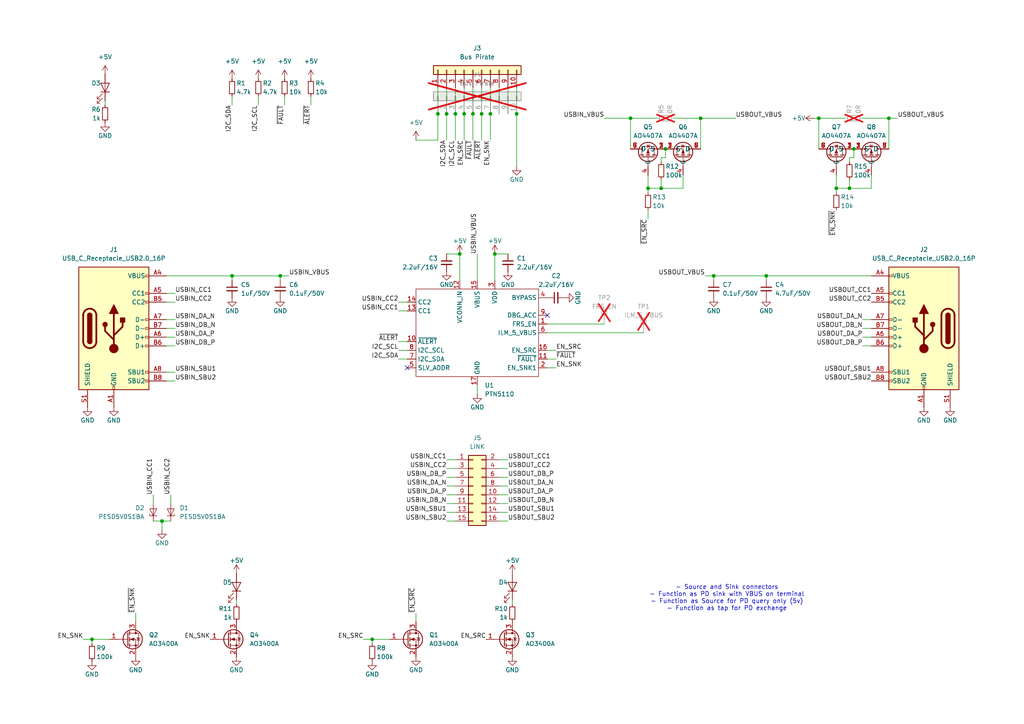
<source format=kicad_sch>
(kicad_sch (version 20250114) (generator "eeschema") (generator_version "9.0")
  (paper "A4")
  (lib_symbols
    (symbol "jlcpcb-basic-resistor-0402:1k"
      (property "Reference" "R" (at 0.762 0.508 0))
      (property "Value" "1k" (at 0.762 -1.016 0))
      (symbol "1k_0_0"
        (pin passive line (at 0 2.54 270) (length 0.762) (name "~") (number "1"))
        (pin passive line (at 0 -2.54 90) (length 0.762) (name "~") (number "2"))
      )
    )
    (symbol "lib:AO4407A"
      (property "Reference" "Q" (at 5.08 1.905 0))
      (property "Value" "AO4407A" (at 5.08 0 0))
      (symbol "AO4407A_1_0"
        (pin passive line (at 2.54 5.08 270) (length 2.54) (name "D") (number "6"))
        (pin passive line (at 2.54 5.08 270) (length 2.54) (name "D") (number "7"))
        (pin passive line (at 2.54 5.08 270) (length 2.54) (name "D") (number "8"))
        (pin passive line (at 2.54 -5.08 90) (length 2.54) (name "S") (number "2"))
        (pin passive line (at 2.54 -5.08 90) (length 2.54) (name "S") (number "3"))
      )
      (symbol "AO4407A_1_1"
        (pin input line (at -5.08 0 0) (length 2.54) (name "G") (number "4"))
        (pin passive line (at 2.54 5.08 270) (length 2.54) (name "D") (number "5"))
        (pin passive line (at 2.54 -5.08 90) (length 2.54) (name "S") (number "1"))
      )
    )
    (symbol "lib:C_Small" (pin_numbers (hide yes)) (pin_names (offset 0.254) (hide yes))
      (property "Reference" "C" (at 0.254 1.778 0))
      (property "Value" "C_Small" (at 0.254 -2.032 0))
      (symbol "C_Small_1_1"
        (pin passive line (at 0 2.54 270) (length 2.032) (name "~") (number "1"))
        (pin passive line (at 0 -2.54 90) (length 2.032) (name "~") (number "2"))
      )
    )
    (symbol "lib:Conn_01x10" (pin_names (offset 1.016) (hide yes))
      (property "Reference" "J" (at 0 12.7 0))
      (property "Value" "Conn_01x10" (at 0 -15.24 0))
      (symbol "Conn_01x10_1_1"
        (pin passive line (at -5.08 10.16 0) (length 3.81) (name "Pin_1") (number "1"))
        (pin passive line (at -5.08 7.62 0) (length 3.81) (name "Pin_2") (number "2"))
        (pin passive line (at -5.08 5.08 0) (length 3.81) (name "Pin_3") (number "3"))
        (pin passive line (at -5.08 2.54 0) (length 3.81) (name "Pin_4") (number "4"))
        (pin passive line (at -5.08 0 0) (length 3.81) (name "Pin_5") (number "5"))
        (pin passive line (at -5.08 -2.54 0) (length 3.81) (name "Pin_6") (number "6"))
        (pin passive line (at -5.08 -5.08 0) (length 3.81) (name "Pin_7") (number "7"))
        (pin passive line (at -5.08 -7.62 0) (length 3.81) (name "Pin_8") (number "8"))
        (pin passive line (at -5.08 -10.16 0) (length 3.81) (name "Pin_9") (number "9"))
        (pin passive line (at -5.08 -12.7 0) (length 3.81) (name "Pin_10") (number "10"))
      )
    )
    (symbol "lib:Conn_02x08_Odd_Even" (pin_names (offset 1.016) (hide yes))
      (property "Reference" "J" (at 1.27 10.16 0))
      (property "Value" "Conn_02x08_Odd_Even" (at 1.27 -12.7 0))
      (symbol "Conn_02x08_Odd_Even_1_1"
        (pin passive line (at -5.08 7.62 0) (length 3.81) (name "Pin_1") (number "1"))
        (pin passive line (at -5.08 5.08 0) (length 3.81) (name "Pin_3") (number "3"))
        (pin passive line (at -5.08 2.54 0) (length 3.81) (name "Pin_5") (number "5"))
        (pin passive line (at -5.08 0 0) (length 3.81) (name "Pin_7") (number "7"))
        (pin passive line (at -5.08 -2.54 0) (length 3.81) (name "Pin_9") (number "9"))
        (pin passive line (at -5.08 -5.08 0) (length 3.81) (name "Pin_11") (number "11"))
        (pin passive line (at -5.08 -7.62 0) (length 3.81) (name "Pin_13") (number "13"))
        (pin passive line (at -5.08 -10.16 0) (length 3.81) (name "Pin_15") (number "15"))
        (pin passive line (at 7.62 7.62 180) (length 3.81) (name "Pin_2") (number "2"))
        (pin passive line (at 7.62 5.08 180) (length 3.81) (name "Pin_4") (number "4"))
        (pin passive line (at 7.62 2.54 180) (length 3.81) (name "Pin_6") (number "6"))
        (pin passive line (at 7.62 0 180) (length 3.81) (name "Pin_8") (number "8"))
        (pin passive line (at 7.62 -2.54 180) (length 3.81) (name "Pin_10") (number "10"))
        (pin passive line (at 7.62 -5.08 180) (length 3.81) (name "Pin_12") (number "12"))
        (pin passive line (at 7.62 -7.62 180) (length 3.81) (name "Pin_14") (number "14"))
        (pin passive line (at 7.62 -10.16 180) (length 3.81) (name "Pin_16") (number "16"))
      )
    )
    (symbol "lib:PESD5V0S1BA" (pin_numbers (hide yes)) (pin_names (hide yes))
      (property "Reference" "D" (at 0 2.54 0))
      (property "Value" "PESD5V0S1BA" (at 0 -2.54 0))
      (symbol "PESD5V0S1BA_1_1"
        (pin passive line (at -2.54 0 0) (length 2.54) (name "K1") (number "1"))
        (pin passive line (at 2.54 0 180) (length 2.54) (name "A") (number "2"))
      )
    )
    (symbol "lib:PTN5110"
      (property "Reference" "U" (at 0 0 0))
      (property "Value" "PTN5110" (at 0 0 0))
      (symbol "PTN5110_1_0"
        (pin bidirectional line (at -20.32 10.16 0) (length 2.54) (name "CC2") (number "14"))
        (pin bidirectional line (at -20.32 7.62 0) (length 2.54) (name "CC1") (number "13"))
        (pin output line (at -20.32 -1.27 0) (length 2.54) (name "~{ALERT}") (number "10"))
        (pin input line (at -20.32 -3.81 0) (length 2.54) (name "I2C_SCL") (number "8"))
        (pin bidirectional line (at -20.32 -6.35 0) (length 2.54) (name "I2C_SDA") (number "7"))
        (pin input line (at -20.32 -8.89 0) (length 2.54) (name "SLV_ADDR") (number "5"))
        (pin power_in line (at -5.08 16.51 270) (length 2.54) (name "VCONN_IN") (number "12"))
        (pin power_in line (at 0 16.51 270) (length 2.54) (name "VBUS") (number "15"))
        (pin passive line (at 0 -13.97 90) (length 2.54) (name "GND") (number "17"))
        (pin power_in line (at 5.08 16.51 270) (length 2.54) (name "VDD") (number "3"))
        (pin passive line (at 20.32 11.43 180) (length 2.54) (name "BYPASS") (number "4"))
        (pin output line (at 20.32 6.35 180) (length 2.54) (name "DBG_ACC") (number "9"))
        (pin bidirectional line (at 20.32 1.27 180) (length 2.54) (name "ILM_5_VBUS") (number "6"))
        (pin output line (at 20.32 -3.81 180) (length 2.54) (name "EN_SRC") (number "16"))
        (pin input line (at 20.32 -6.35 180) (length 2.54) (name "~{FAULT}") (number "11"))
      )
      (symbol "PTN5110_1_1"
        (pin output line (at 20.32 3.81 180) (length 2.54) (name "FRS_EN") (number "1"))
        (pin output line (at 20.32 -8.89 180) (length 2.54) (name "EN_SNK1") (number "2"))
      )
    )
    (symbol "lib:R_Small" (pin_numbers (hide yes)) (pin_names (offset 0.254) (hide yes))
      (property "Reference" "R" (at 0.762 0.508 0))
      (property "Value" "R_Small" (at 0.762 -1.016 0))
      (symbol "R_Small_1_1"
        (pin passive line (at 0 2.54 270) (length 0.762) (name "~") (number "1"))
        (pin passive line (at 0 -2.54 90) (length 0.762) (name "~") (number "2"))
      )
    )
    (symbol "lib:TestPoint" (pin_numbers (hide yes)) (pin_names (offset 0.762) (hide yes))
      (property "Reference" "TP" (at 0 6.858 0))
      (property "Value" "TestPoint" (at 0 5.08 0))
      (symbol "TestPoint_1_1"
        (pin passive line (at 0 0 90) (length 2.54) (name "1") (number "1"))
      )
    )
    (symbol "lib:USB_C_Receptacle_USB2.0_16P" (pin_names (offset 1.016))
      (property "Reference" "J" (at 0 22.225 0))
      (property "Value" "USB_C_Receptacle_USB2.0_16P" (at 0 19.685 0))
      (symbol "USB_C_Receptacle_USB2.0_16P_1_1"
        (pin passive line (at -7.62 -22.86 90) (length 5.08) (name "SHIELD") (number "S1"))
        (pin passive line (at 0 -22.86 90) (length 5.08) (name "GND") (number "A1"))
        (pin passive line (at 0 -22.86 90) (length 5.08) (hide yes) (name "GND") (number "A12"))
        (pin passive line (at 0 -22.86 90) (length 5.08) (hide yes) (name "GND") (number "B1"))
        (pin passive line (at 0 -22.86 90) (length 5.08) (hide yes) (name "GND") (number "B12"))
        (pin passive line (at 15.24 15.24 180) (length 5.08) (name "VBUS") (number "A4"))
        (pin passive line (at 15.24 15.24 180) (length 5.08) (hide yes) (name "VBUS") (number "A9"))
        (pin passive line (at 15.24 15.24 180) (length 5.08) (hide yes) (name "VBUS") (number "B4"))
        (pin passive line (at 15.24 15.24 180) (length 5.08) (hide yes) (name "VBUS") (number "B9"))
        (pin bidirectional line (at 15.24 10.16 180) (length 5.08) (name "CC1") (number "A5"))
        (pin bidirectional line (at 15.24 7.62 180) (length 5.08) (name "CC2") (number "B5"))
        (pin bidirectional line (at 15.24 2.54 180) (length 5.08) (name "D-") (number "A7"))
        (pin bidirectional line (at 15.24 0 180) (length 5.08) (name "D-") (number "B7"))
        (pin bidirectional line (at 15.24 -2.54 180) (length 5.08) (name "D+") (number "A6"))
        (pin bidirectional line (at 15.24 -5.08 180) (length 5.08) (name "D+") (number "B6"))
        (pin bidirectional line (at 15.24 -12.7 180) (length 5.08) (name "SBU1") (number "A8"))
        (pin bidirectional line (at 15.24 -15.24 180) (length 5.08) (name "SBU2") (number "B8"))
      )
    )
    (symbol "library:100k"
      (property "Reference" "R" (at 0.762 0.508 0))
      (property "Value" "100k" (at 0.762 -1.016 0))
      (symbol "100k_0_0"
        (pin passive line (at 0 2.54 270) (length 0.762) (name "~") (number "1"))
        (pin passive line (at 0 -2.54 90) (length 0.762) (name "~") (number "2"))
      )
    )
    (symbol "library:AO3400A" (pin_names (hide yes))
      (property "Reference" "Q" (at 5.08 1.905 0))
      (property "Value" "AO3400A" (at 5.08 0 0))
      (symbol "AO3400A_1_1"
        (pin input line (at -5.08 0 0) (length 2.54) (name "G") (number "1"))
        (pin passive line (at 2.54 5.08 270) (length 2.54) (name "D") (number "3"))
        (pin passive line (at 2.54 -5.08 90) (length 2.54) (name "S") (number "2"))
      )
    )
    (symbol "power:+5V" (power) (pin_numbers (hide yes)) (pin_names (offset 0) (hide yes))
      (property "Value" "+5V" (at 0 3.556 0))
      (symbol "+5V_1_1"
        (pin power_in line (at 0 0 90) (length 0) (name "~") (number "1"))
      )
    )
    (symbol "power:GND" (power) (pin_numbers (hide yes)) (pin_names (offset 0) (hide yes))
      (property "Value" "GND" (at 0 -3.81 0))
      (symbol "GND_1_1"
        (pin power_in line (at 0 0 270) (length 0) (name "~") (number "1"))
      )
    )
    (symbol "tom-opto:LED_JLCPCB_0603_GREEN" (pin_numbers (hide yes)) (pin_names (offset 1.016) (hide yes))
      (property "Reference" "D" (at 0 2.54 0))
      (symbol "LED_JLCPCB_0603_GREEN_1_1"
        (pin passive line (at -3.81 0 0) (length 2.54) (name "K") (number "1"))
        (pin passive line (at 3.81 0 180) (length 2.54) (name "A") (number "2"))
      )
    )
    (symbol "tom-opto:LED_JLCPCB_0603_RED" (pin_numbers (hide yes)) (pin_names (offset 1.016) (hide yes))
      (property "Reference" "D" (at 0 2.54 0))
      (symbol "LED_JLCPCB_0603_RED_1_1"
        (pin passive line (at -3.81 0 0) (length 2.54) (name "K") (number "1"))
        (pin passive line (at 3.81 0 180) (length 2.54) (name "A") (number "2"))
      )
    )
    (symbol "tom-opto:LED_JLCPCB_0603_YELLOW" (pin_numbers (hide yes)) (pin_names (offset 1.016) (hide yes))
      (property "Reference" "D" (at 0 2.54 0))
      (symbol "LED_JLCPCB_0603_YELLOW_1_1"
        (pin passive line (at -3.81 0 0) (length 2.54) (name "K") (number "1"))
        (pin passive line (at 3.81 0 180) (length 2.54) (name "A") (number "2"))
      )
    )
  )
  (text "- Source and Sink connectors\n- Function as PD sink with VBUS on terminal\n- Function as Source for PD query only (5v)\n- Function as tap for PD exchange" (at 210.82 173.482 0) (effects (font (size 1.27 1.27))))
  (junction (at 193.04 43.18))
  (junction (at 81.28 80.01))
  (junction (at 67.31 80.01))
  (junction (at 142.24 33.02))
  (junction (at 139.7 33.02))
  (junction (at 247.65 43.18))
  (junction (at 132.08 33.02))
  (junction (at 257.81 34.29))
  (junction (at 207.01 80.01))
  (junction (at 187.96 54.61))
  (junction (at 133.35 73.66))
  (junction (at 242.57 54.61))
  (junction (at 143.51 73.66))
  (junction (at 46.99 151.13))
  (junction (at 222.25 80.01))
  (junction (at 137.16 33.02))
  (junction (at 129.54 33.02))
  (junction (at 26.67 185.42))
  (junction (at 107.95 185.42))
  (junction (at 246.38 54.61))
  (junction (at 127 33.02))
  (junction (at 182.88 34.29))
  (junction (at 191.77 54.61))
  (junction (at 237.49 34.29))
  (junction (at 203.2 34.29))
  (junction (at 134.62 33.02))
  (junction (at 149.86 33.02))
  (no_connect (at 118.11 106.68))
  (no_connect (at 158.75 91.44))
  (wire (pts (xy 46.99 151.13) (xy 49.53 151.13)))
  (wire (pts (xy 190.5 34.29) (xy 182.88 34.29)))
  (wire (pts (xy 148.59 175.26) (xy 148.59 173.99)))
  (wire (pts (xy 139.7 40.64) (xy 139.7 33.02)))
  (wire (pts (xy 137.16 40.64) (xy 137.16 33.02)))
  (wire (pts (xy 129.54 146.05) (xy 132.08 146.05)))
  (wire (pts (xy 50.8 85.09) (xy 48.26 85.09)))
  (wire (pts (xy 147.32 151.13) (xy 144.78 151.13)))
  (wire (pts (xy 133.35 73.66) (xy 133.35 81.28)))
  (wire (pts (xy 191.77 54.61) (xy 198.12 54.61)))
  (wire (pts (xy 236.22 34.29) (xy 237.49 34.29)))
  (wire (pts (xy 250.19 97.79) (xy 252.73 97.79)))
  (wire (pts (xy 129.54 33.02) (xy 129.54 25.4)))
  (wire (pts (xy 204.47 80.01) (xy 207.01 80.01)))
  (wire (pts (xy 50.8 107.95) (xy 48.26 107.95)))
  (wire (pts (xy 115.57 99.06) (xy 118.11 99.06)))
  (wire (pts (xy 147.32 146.05) (xy 144.78 146.05)))
  (wire (pts (xy 142.24 40.64) (xy 142.24 33.02)))
  (wire (pts (xy 250.19 92.71) (xy 252.73 92.71)))
  (wire (pts (xy 147.32 135.89) (xy 144.78 135.89)))
  (wire (pts (xy 138.43 73.66) (xy 138.43 81.28)))
  (wire (pts (xy 139.7 33.02) (xy 139.7 25.4)))
  (wire (pts (xy 175.26 34.29) (xy 182.88 34.29)))
  (wire (pts (xy 161.29 104.14) (xy 158.75 104.14)))
  (wire (pts (xy 203.2 34.29) (xy 203.2 43.18)))
  (wire (pts (xy 44.45 151.13) (xy 46.99 151.13)))
  (wire (pts (xy 115.57 104.14) (xy 118.11 104.14)))
  (wire (pts (xy 46.99 151.13) (xy 46.99 153.67)))
  (wire (pts (xy 187.96 55.88) (xy 187.96 54.61)))
  (wire (pts (xy 129.54 40.64) (xy 129.54 33.02)))
  (wire (pts (xy 90.17 30.48) (xy 90.17 27.94)))
  (wire (pts (xy 193.04 45.72) (xy 193.04 43.18)))
  (wire (pts (xy 246.38 54.61) (xy 252.73 54.61)))
  (wire (pts (xy 182.88 34.29) (xy 182.88 43.18)))
  (wire (pts (xy 50.8 87.63) (xy 48.26 87.63)))
  (wire (pts (xy 143.51 73.66) (xy 147.32 73.66)))
  (wire (pts (xy 147.32 148.59) (xy 144.78 148.59)))
  (wire (pts (xy 191.77 46.99) (xy 191.77 45.72)))
  (wire (pts (xy 120.65 40.64) (xy 127 40.64)))
  (wire (pts (xy 247.65 45.72) (xy 247.65 43.18)))
  (wire (pts (xy 50.8 92.71) (xy 48.26 92.71)))
  (wire (pts (xy 246.38 52.07) (xy 246.38 54.61)))
  (wire (pts (xy 242.57 54.61) (xy 246.38 54.61)))
  (wire (pts (xy 129.54 133.35) (xy 132.08 133.35)))
  (wire (pts (xy 132.08 40.64) (xy 132.08 33.02)))
  (wire (pts (xy 257.81 34.29) (xy 260.35 34.29)))
  (wire (pts (xy 242.57 50.8) (xy 242.57 54.61)))
  (wire (pts (xy 129.54 135.89) (xy 132.08 135.89)))
  (wire (pts (xy 48.26 80.01) (xy 67.31 80.01)))
  (wire (pts (xy 67.31 30.48) (xy 67.31 27.94)))
  (wire (pts (xy 187.96 63.5) (xy 187.96 60.96)))
  (wire (pts (xy 26.67 185.42) (xy 31.75 185.42)))
  (wire (pts (xy 107.95 185.42) (xy 113.03 185.42)))
  (wire (pts (xy 250.19 95.25) (xy 252.73 95.25)))
  (wire (pts (xy 67.31 80.01) (xy 67.31 81.28)))
  (wire (pts (xy 147.32 133.35) (xy 144.78 133.35)))
  (wire (pts (xy 191.77 45.72) (xy 193.04 45.72)))
  (wire (pts (xy 191.77 52.07) (xy 191.77 54.61)))
  (wire (pts (xy 30.48 30.48) (xy 30.48 29.21)))
  (wire (pts (xy 50.8 100.33) (xy 48.26 100.33)))
  (wire (pts (xy 158.75 93.98) (xy 175.26 93.98)))
  (wire (pts (xy 144.78 25.4) (xy 144.78 33.02)))
  (wire (pts (xy 147.32 140.97) (xy 144.78 140.97)))
  (wire (pts (xy 115.57 101.6) (xy 118.11 101.6)))
  (wire (pts (xy 134.62 33.02) (xy 134.62 25.4)))
  (wire (pts (xy 49.53 143.51) (xy 49.53 146.05)))
  (wire (pts (xy 187.96 50.8) (xy 187.96 54.61)))
  (wire (pts (xy 127 40.64) (xy 127 33.02)))
  (wire (pts (xy 129.54 73.66) (xy 133.35 73.66)))
  (wire (pts (xy 129.54 140.97) (xy 132.08 140.97)))
  (wire (pts (xy 203.2 34.29) (xy 213.36 34.29)))
  (wire (pts (xy 134.62 40.64) (xy 134.62 33.02)))
  (wire (pts (xy 44.45 143.51) (xy 44.45 146.05)))
  (wire (pts (xy 158.75 106.68) (xy 161.29 106.68)))
  (wire (pts (xy 74.93 30.48) (xy 74.93 27.94)))
  (wire (pts (xy 207.01 80.01) (xy 207.01 81.28)))
  (wire (pts (xy 115.57 90.17) (xy 118.11 90.17)))
  (wire (pts (xy 257.81 34.29) (xy 257.81 43.18)))
  (wire (pts (xy 137.16 33.02) (xy 137.16 25.4)))
  (wire (pts (xy 237.49 34.29) (xy 237.49 43.18)))
  (wire (pts (xy 149.86 33.02) (xy 149.86 48.26)))
  (wire (pts (xy 195.58 34.29) (xy 203.2 34.29)))
  (wire (pts (xy 237.49 34.29) (xy 245.11 34.29)))
  (wire (pts (xy 82.55 30.48) (xy 82.55 27.94)))
  (wire (pts (xy 50.8 110.49) (xy 48.26 110.49)))
  (wire (pts (xy 50.8 95.25) (xy 48.26 95.25)))
  (wire (pts (xy 187.96 54.61) (xy 191.77 54.61)))
  (wire (pts (xy 127 33.02) (xy 127 25.4)))
  (wire (pts (xy 242.57 55.88) (xy 242.57 54.61)))
  (wire (pts (xy 24.13 185.42) (xy 26.67 185.42)))
  (wire (pts (xy 105.41 185.42) (xy 107.95 185.42)))
  (wire (pts (xy 147.32 138.43) (xy 144.78 138.43)))
  (wire (pts (xy 81.28 80.01) (xy 83.82 80.01)))
  (wire (pts (xy 161.29 101.6) (xy 158.75 101.6)))
  (wire (pts (xy 252.73 54.61) (xy 252.73 50.8)))
  (wire (pts (xy 129.54 143.51) (xy 132.08 143.51)))
  (wire (pts (xy 149.86 25.4) (xy 149.86 33.02)))
  (wire (pts (xy 142.24 33.02) (xy 142.24 25.4)))
  (wire (pts (xy 68.58 175.26) (xy 68.58 173.99)))
  (wire (pts (xy 250.19 34.29) (xy 257.81 34.29)))
  (wire (pts (xy 50.8 97.79) (xy 48.26 97.79)))
  (wire (pts (xy 158.75 96.52) (xy 186.69 96.52)))
  (wire (pts (xy 147.32 25.4) (xy 147.32 33.02)))
  (wire (pts (xy 39.37 177.8) (xy 39.37 180.34)))
  (wire (pts (xy 120.65 177.8) (xy 120.65 180.34)))
  (wire (pts (xy 147.32 143.51) (xy 144.78 143.51)))
  (wire (pts (xy 207.01 80.01) (xy 222.25 80.01)))
  (wire (pts (xy 138.43 114.3) (xy 138.43 111.76)))
  (wire (pts (xy 250.19 100.33) (xy 252.73 100.33)))
  (wire (pts (xy 81.28 80.01) (xy 81.28 81.28)))
  (wire (pts (xy 115.57 87.63) (xy 118.11 87.63)))
  (wire (pts (xy 129.54 148.59) (xy 132.08 148.59)))
  (wire (pts (xy 198.12 54.61) (xy 198.12 50.8)))
  (wire (pts (xy 26.67 185.42) (xy 26.67 186.69)))
  (wire (pts (xy 107.95 185.42) (xy 107.95 186.69)))
  (wire (pts (xy 246.38 46.99) (xy 246.38 45.72)))
  (wire (pts (xy 222.25 80.01) (xy 222.25 81.28)))
  (wire (pts (xy 129.54 151.13) (xy 132.08 151.13)))
  (wire (pts (xy 143.51 73.66) (xy 143.51 81.28)))
  (wire (pts (xy 132.08 33.02) (xy 132.08 25.4)))
  (wire (pts (xy 129.54 138.43) (xy 132.08 138.43)))
  (wire (pts (xy 246.38 45.72) (xy 247.65 45.72)))
  (wire (pts (xy 67.31 80.01) (xy 81.28 80.01)))
  (wire (pts (xy 222.25 80.01) (xy 252.73 80.01)))
  (label "USBOUT_VBUS" (at 213.36 34.29 0))
  (label "I2C_SCL" (at 74.93 30.48 270))
  (label "USBOUT_DB_N" (at 250.19 95.25 180))
  (label "~{EN_SNK}" (at 39.37 177.8 90))
  (label "USBIN_DB_P" (at 50.8 100.33 0))
  (label "USBIN_CC1" (at 115.57 90.17 180))
  (label "USBOUT_DA_N" (at 250.19 92.71 180))
  (label "USBIN_VBUS" (at 83.82 80.01 0))
  (label "EN_SNK" (at 60.96 185.42 180))
  (label "USBIN_DB_N" (at 50.8 95.25 0))
  (label "I2C_SCL" (at 132.08 40.64 270))
  (label "USBIN_DA_N" (at 50.8 92.71 0))
  (label "I2C_SCL" (at 115.57 101.6 180))
  (label "USBIN_DB_N" (at 129.54 146.05 180))
  (label "USBIN_SBU1" (at 129.54 148.59 180))
  (label "EN_SRC" (at 134.62 40.64 270))
  (label "USBOUT_DA_P" (at 250.19 97.79 180))
  (label "USBIN_DA_P" (at 129.54 143.51 180))
  (label "I2C_SDA" (at 115.57 104.14 180))
  (label "EN_SRC" (at 161.29 101.6 0))
  (label "~{EN_SNK}" (at 242.57 60.96 270))
  (label "~{FAULT}" (at 161.29 104.14 0))
  (label "~{EN_SRC}" (at 187.96 63.5 270))
  (label "~{ALERT}" (at 90.17 30.48 270))
  (label "USBOUT_SBU2" (at 252.73 110.49 180))
  (label "USBOUT_DB_P" (at 147.32 138.43 0))
  (label "USBOUT_SBU2" (at 147.32 151.13 0))
  (label "USBOUT_CC1" (at 147.32 133.35 0))
  (label "USBIN_SBU1" (at 50.8 107.95 0))
  (label "USBIN_CC2" (at 115.57 87.63 180))
  (label "~{FAULT}" (at 82.55 30.48 270))
  (label "USBOUT_VBUS" (at 204.47 80.01 180))
  (label "I2C_SDA" (at 129.54 40.64 270))
  (label "USBIN_CC2" (at 129.54 135.89 180))
  (label "USBIN_DB_P" (at 129.54 138.43 180))
  (label "EN_SNK" (at 142.24 40.64 270))
  (label "USBIN_CC1" (at 44.45 143.51 90))
  (label "USBIN_CC2" (at 49.53 143.51 90))
  (label "USBIN_CC1" (at 129.54 133.35 180))
  (label "USBOUT_CC2" (at 147.32 135.89 0))
  (label "USBOUT_VBUS" (at 260.35 34.29 0))
  (label "USBOUT_CC2" (at 252.73 87.63 180))
  (label "USBOUT_DB_P" (at 250.19 100.33 180))
  (label "USBIN_CC1" (at 50.8 85.09 0))
  (label "USBOUT_SBU1" (at 147.32 148.59 0))
  (label "USBIN_CC2" (at 50.8 87.63 0))
  (label "~{EN_SRC}" (at 120.65 177.8 90))
  (label "USBIN_SBU2" (at 50.8 110.49 0))
  (label "EN_SRC" (at 105.41 185.42 180))
  (label "USBIN_DA_N" (at 129.54 140.97 180))
  (label "USBIN_VBUS" (at 138.43 73.66 90))
  (label "~{ALERT}" (at 115.57 99.06 180))
  (label "~{ALERT}" (at 139.7 40.64 270))
  (label "USBOUT_DA_P" (at 147.32 143.51 0))
  (label "I2C_SDA" (at 67.31 30.48 270))
  (label "USBIN_VBUS" (at 175.26 34.29 180))
  (label "USBIN_SBU2" (at 129.54 151.13 180))
  (label "EN_SNK" (at 24.13 185.42 180))
  (label "EN_SNK" (at 161.29 106.68 0))
  (label "USBIN_DA_P" (at 50.8 97.79 0))
  (label "EN_SRC" (at 140.97 185.42 180))
  (label "USBOUT_CC1" (at 252.73 85.09 180))
  (label "USBOUT_DA_N" (at 147.32 140.97 0))
  (label "USBOUT_DB_N" (at 147.32 146.05 0))
  (label "~{FAULT}" (at 137.16 40.64 270))
  (label "USBOUT_SBU1" (at 252.73 107.95 180))
  (symbol (lib_id "lib:C_Small") (at 207.01 83.82 0) (unit 1)
    (property "Reference" "C7" (at 209.55 82.5562 0) (effects (justify left)))
    (property "Value" "0.1uF/50V" (at 209.55 85.0962 0) (effects (justify left)))
    (property "Footprint" "lib:C_1206_3216Metric" (effects (hide yes)))
    (property "Description" "Unpolarized capacitor, small symbol" (effects (hide yes)))
    (property "LCSC" "C24497" (effects (hide yes)))
  )
  (symbol (lib_id "library:AO3400A") (at 146.05 185.42 0) (unit 1)
    (property "Reference" "Q3" (at 152.4 184.1499 0) (effects (justify left)))
    (property "Value" "AO3400A" (at 152.4 186.6899 0) (effects (justify left)))
    (property "Footprint" "lib:SOT-23-GSD" (effects (hide yes)))
    (property "Datasheet" "https://www.onsemi.com/pub/Collateral/BSS138-D.PDF" (effects (hide yes)))
    (property "Description" "30V Vds, 5.7A Id, N-Channel MOSFET, SOT-23" (effects (hide yes)))
    (property "LCSC" "C20917" (effects (hide yes)))
  )
  (symbol (lib_id "power:GND") (at 147.32 78.74 0) (unit 1)
    (property "Reference" "#PWR013" (effects (hide yes)))
    (property "Value" "GND" (at 147.32 82.55 0))
    (property "Description" "Power symbol creates a global label with name \"GND\" , ground" (effects (hide yes)))
  )
  (symbol (lib_id "library:100k") (at 26.67 189.23 0) (unit 1)
    (property "Reference" "R9" (at 27.94 187.96 0) (effects (justify left)))
    (property "Value" "100k" (at 27.94 190.5 0) (effects (justify left)))
    (property "Footprint" "lib:R_0402_1005Metric" (effects (hide yes)))
    (property "Datasheet" "https://datasheet.lcsc.com/lcsc/2110260030_UNI-ROYAL-Uniroyal-Elec-0402WGF1003TCE_C25741.pdf" (effects (hide yes)))
    (property "Description" "1% 1 16W Thick Film Resistors 50V   100ppm    -55    155   100k   0402 Chip Resistor - Surface Mount ROHS" (effects (hide yes)))
    (property "LCSC" "C25741" (effects (hide yes)))
    (property "MFG" "UNI-ROYAL(Uniroyal Elec)" (effects (hide yes)))
    (property "MFGPN" "0402WGF1003TCE" (effects (hide yes)))
  )
  (symbol (lib_id "lib:USB_C_Receptacle_USB2.0_16P") (at 267.97 95.25 0) (mirror y) (unit 1)
    (property "Reference" "J2" (at 267.97 72.39 0))
    (property "Value" "USB_C_Receptacle_USB2.0_16P" (at 267.97 74.93 0))
    (property "Footprint" "lib:USB_C_Receptacle_LCSC_C165948" (effects (hide yes)))
    (property "Datasheet" "https://www.usb.org/sites/default/files/documents/usb_type-c.zip" (effects (hide yes)))
    (property "Description" "USB 2.0-only 16P Type-C Receptacle connector" (effects (hide yes)))
    (property "LCSC" "C165948" (effects (hide yes)))
  )
  (symbol (lib_id "power:GND") (at 39.37 190.5 0) (unit 1)
    (property "Reference" "#PWR0102" (effects (hide yes)))
    (property "Value" "GND" (at 39.37 194.31 0))
    (property "Description" "Power symbol creates a global label with name \"GND\" , ground" (effects (hide yes)))
  )
  (symbol (lib_id "lib:AO4407A") (at 252.73 45.72 270) (mirror x) (unit 1)
    (property "Reference" "Q8" (at 252.73 36.83 90))
    (property "Value" "AO4407A" (at 252.73 39.37 90))
    (property "Footprint" "lib:SO-8_3.9x4.9mm_P1.27mm" (effects (hide yes)))
    (property "Description" "P-Channel MOSFET, SOT-23" (effects (hide yes)))
  )
  (symbol (lib_id "lib:C_Small") (at 147.32 76.2 0) (unit 1)
    (property "Reference" "C1" (at 149.86 74.9362 0) (effects (justify left)))
    (property "Value" "2.2uF/16V" (at 149.86 77.4762 0) (effects (justify left)))
    (property "Footprint" "lib:C_0603_1608Metric" (effects (hide yes)))
    (property "Description" "Unpolarized capacitor, small symbol" (effects (hide yes)))
    (property "LCSC" "C23630" (effects (hide yes)))
  )
  (symbol (lib_id "jlcpcb-basic-resistor-0402:1k") (at 68.58 177.8 0) (mirror y) (unit 1)
    (property "Reference" "R11" (at 67.31 176.53 0) (effects (justify left)))
    (property "Value" "1k" (at 67.31 179.07 0) (effects (justify left)))
    (property "Footprint" "lib:R_0402_1005Metric" (effects (hide yes)))
    (property "Datasheet" "https://datasheet.lcsc.com/lcsc/2110251730_UNI-ROYAL-Uniroyal-Elec-0402WGF1001TCE_C11702.pdf" (effects (hide yes)))
    (property "LCSC" "C11702" (effects (hide yes)))
    (property "MFG" "UNI-ROYAL(Uniroyal Elec)" (effects (hide yes)))
    (property "MFGPN" "0402WGF1001TCE" (effects (hide yes)))
  )
  (symbol (lib_id "power:GND") (at 33.02 118.11 0) (unit 1)
    (property "Reference" "#PWR04" (effects (hide yes)))
    (property "Value" "GND" (at 33.02 121.92 0))
    (property "Description" "Power symbol creates a global label with name \"GND\" , ground" (effects (hide yes)))
  )
  (symbol (lib_id "lib:PTN5110") (at 138.43 97.79 0) (unit 1)
    (property "Reference" "U1" (at 140.5733 111.76 0) (effects (justify left)))
    (property "Value" "PTN5110" (at 140.5733 114.3 0) (effects (justify left)))
    (property "Footprint" "lib:QFN-16_EP_2.6x2.6_Pitch0.4mm" (effects (hide yes)))
    (property "LCSC" "C2674062" (effects (hide yes)))
  )
  (symbol (lib_id "lib:AO4407A") (at 198.12 45.72 270) (mirror x) (unit 1)
    (property "Reference" "Q6" (at 198.12 36.83 90))
    (property "Value" "AO4407A" (at 198.12 39.37 90))
    (property "Footprint" "lib:SO-8_3.9x4.9mm_P1.27mm" (effects (hide yes)))
    (property "Description" "P-Channel MOSFET, SOT-23" (effects (hide yes)))
  )
  (symbol (lib_id "power:GND") (at 25.4 118.11 0) (unit 1)
    (property "Reference" "#PWR05" (effects (hide yes)))
    (property "Value" "GND" (at 25.4 121.92 0))
    (property "Description" "Power symbol creates a global label with name \"GND\" , ground" (effects (hide yes)))
  )
  (symbol (lib_id "power:+5V") (at 143.51 73.66 0) (unit 1)
    (property "Reference" "#PWR012" (effects (hide yes)))
    (property "Value" "+5V" (at 143.51 69.85 0))
    (property "Description" "Power symbol creates a global label with name \"+5V\"" (effects (hide yes)))
  )
  (symbol (lib_id "power:GND") (at 149.86 48.26 0) (unit 1)
    (property "Reference" "#PWR06" (effects (hide yes)))
    (property "Value" "GND" (at 149.86 52.07 0))
    (property "Description" "Power symbol creates a global label with name \"GND\" , ground" (effects (hide yes)))
  )
  (symbol (lib_id "power:+5V") (at 133.35 73.66 0) (unit 1)
    (property "Reference" "#PWR016" (effects (hide yes)))
    (property "Value" "+5V" (at 133.35 69.85 0))
    (property "Description" "Power symbol creates a global label with name \"+5V\"" (effects (hide yes)))
  )
  (symbol (lib_id "jlcpcb-basic-resistor-0402:1k") (at 30.48 33.02 0) (mirror y) (unit 1)
    (property "Reference" "R6" (at 29.21 31.75 0) (effects (justify left)))
    (property "Value" "1k" (at 29.21 34.29 0) (effects (justify left)))
    (property "Footprint" "lib:R_0402_1005Metric" (effects (hide yes)))
    (property "Datasheet" "https://datasheet.lcsc.com/lcsc/2110251730_UNI-ROYAL-Uniroyal-Elec-0402WGF1001TCE_C11702.pdf" (effects (hide yes)))
    (property "LCSC" "C11702" (effects (hide yes)))
    (property "MFG" "UNI-ROYAL(Uniroyal Elec)" (effects (hide yes)))
    (property "MFGPN" "0402WGF1001TCE" (effects (hide yes)))
  )
  (symbol (lib_id "lib:C_Small") (at 161.29 86.36 90) (unit 1)
    (property "Reference" "C2" (at 161.2963 80.01 90))
    (property "Value" "2.2uF/16V" (at 161.2963 82.55 90))
    (property "Footprint" "lib:C_0603_1608Metric" (effects (hide yes)))
    (property "Description" "Unpolarized capacitor, small symbol" (effects (hide yes)))
    (property "LCSC" "C23630" (effects (hide yes)))
  )
  (symbol (lib_id "power:+5V") (at 68.58 166.37 0) (unit 1)
    (property "Reference" "#PWR029" (effects (hide yes)))
    (property "Value" "+5V" (at 68.58 162.56 0))
    (property "Description" "Power symbol creates a global label with name \"+5V\"" (effects (hide yes)))
  )
  (symbol (lib_id "lib:C_Small") (at 67.31 83.82 0) (unit 1)
    (property "Reference" "C5" (at 69.85 82.5562 0) (effects (justify left)))
    (property "Value" "1uF/50V" (at 69.85 85.0962 0) (effects (justify left)))
    (property "Footprint" "lib:C_1206_3216Metric" (effects (hide yes)))
    (property "Description" "Unpolarized capacitor, small symbol" (effects (hide yes)))
    (property "LCSC" "C1848" (effects (hide yes)))
  )
  (symbol (lib_id "power:+5V") (at 74.93 22.86 0) (unit 1)
    (property "Reference" "#PWR03" (effects (hide yes)))
    (property "Value" "+5V" (at 74.93 17.78 0))
    (property "Description" "Power symbol creates a global label with name \"+5V\"" (effects (hide yes)))
  )
  (symbol (lib_id "power:GND") (at 222.25 86.36 0) (unit 1)
    (property "Reference" "#PWR023" (effects (hide yes)))
    (property "Value" "GND" (at 222.25 90.17 0))
    (property "Description" "Power symbol creates a global label with name \"GND\" , ground" (effects (hide yes)))
  )
  (symbol (lib_id "lib:TestPoint") (at 186.69 96.52 0) (unit 1) (in_bom no) (dnp yes)
    (property "Reference" "TP1" (at 186.69 88.9 0))
    (property "Value" "ILM_5_VBUS" (at 186.69 91.44 0))
    (property "Footprint" "lib:TestPoint_Pad_D1.5mm" (effects (hide yes)))
    (property "Description" "test point" (effects (hide yes)))
  )
  (symbol (lib_id "power:GND") (at 148.59 190.5 0) (unit 1)
    (property "Reference" "#PWR0105" (effects (hide yes)))
    (property "Value" "GND" (at 148.59 194.31 0))
    (property "Description" "Power symbol creates a global label with name \"GND\" , ground" (effects (hide yes)))
  )
  (symbol (lib_id "power:GND") (at 163.83 86.36 90) (unit 1)
    (property "Reference" "#PWR014" (effects (hide yes)))
    (property "Value" "GND" (at 167.64 86.36 0))
    (property "Description" "Power symbol creates a global label with name \"GND\" , ground" (effects (hide yes)))
  )
  (symbol (lib_id "tom-opto:LED_JLCPCB_0603_GREEN") (at 148.59 170.18 270) (mirror x) (unit 1)
    (property "Reference" "D4" (at 147.32 168.91 90) (effects (justify right)))
    (property "Value" "GREEN" (effects (hide yes)))
    (property "Footprint" "lib:LED_0805_2012Metric" (effects (hide yes)))
    (property "LCSC" "C2297" (effects (hide yes)))
  )
  (symbol (lib_id "lib:R_Small") (at 187.96 58.42 0) (unit 1)
    (property "Reference" "R13" (at 189.23 57.15 0) (effects (justify left)))
    (property "Value" "10k" (at 189.23 59.69 0) (effects (justify left)))
    (property "Footprint" "lib:R_0402_1005Metric" (effects (hide yes)))
    (property "Description" "Resistor, small symbol" (effects (hide yes)))
    (property "LCSC" "C25744" (effects (hide yes)))
  )
  (symbol (lib_id "lib:Conn_02x08_Odd_Even") (at 137.16 140.97 0) (unit 1)
    (property "Reference" "J5" (at 138.43 127 0))
    (property "Value" "LINK" (at 138.43 129.54 0))
    (property "Footprint" "lib:PinHeader_2x08_P2.54mm_Vertical" (effects (hide yes)))
    (property "Description" "Generic connector, double row, 02x08, odd/even pin numbering scheme (row 1 odd numbers, row 2 even numbers), script generated (kicad-library-utils/schlib/autogen/connector/)" (effects (hide yes)))
  )
  (symbol (lib_id "library:AO3400A") (at 36.83 185.42 0) (unit 1)
    (property "Reference" "Q2" (at 43.18 184.1499 0) (effects (justify left)))
    (property "Value" "AO3400A" (at 43.18 186.6899 0) (effects (justify left)))
    (property "Footprint" "lib:SOT-23-GSD" (effects (hide yes)))
    (property "Datasheet" "https://www.onsemi.com/pub/Collateral/BSS138-D.PDF" (effects (hide yes)))
    (property "Description" "30V Vds, 5.7A Id, N-Channel MOSFET, SOT-23" (effects (hide yes)))
    (property "LCSC" "C20917" (effects (hide yes)))
  )
  (symbol (lib_id "lib:R_Small") (at 82.55 25.4 0) (unit 1)
    (property "Reference" "R3" (at 83.82 24.13 0) (effects (justify left)))
    (property "Value" "10k" (at 83.82 26.67 0) (effects (justify left)))
    (property "Footprint" "lib:R_0402_1005Metric" (effects (hide yes)))
    (property "Description" "Resistor, small symbol" (effects (hide yes)))
    (property "LCSC" "C25744" (effects (hide yes)))
  )
  (symbol (lib_id "power:GND") (at 267.97 118.11 0) (unit 1)
    (property "Reference" "#PWR08" (effects (hide yes)))
    (property "Value" "GND" (at 267.97 121.92 0))
    (property "Description" "Power symbol creates a global label with name \"GND\" , ground" (effects (hide yes)))
  )
  (symbol (lib_id "tom-opto:LED_JLCPCB_0603_RED") (at 30.48 25.4 270) (mirror x) (unit 1)
    (property "Reference" "D3" (at 29.21 24.13 90) (effects (justify right)))
    (property "Value" "RED" (effects (hide yes)))
    (property "Footprint" "lib:LED_0805_2012Metric" (effects (hide yes)))
    (property "LCSC" "C84256" (effects (hide yes)))
  )
  (symbol (lib_id "library:100k") (at 191.77 49.53 0) (unit 1)
    (property "Reference" "R12" (at 193.04 48.26 0) (effects (justify left)))
    (property "Value" "100k" (at 193.04 50.8 0) (effects (justify left)))
    (property "Footprint" "lib:R_0402_1005Metric" (effects (hide yes)))
    (property "Datasheet" "https://datasheet.lcsc.com/lcsc/2110260030_UNI-ROYAL-Uniroyal-Elec-0402WGF1003TCE_C25741.pdf" (effects (hide yes)))
    (property "Description" "1% 1 16W Thick Film Resistors 50V   100ppm    -55    155   100k   0402 Chip Resistor - Surface Mount ROHS" (effects (hide yes)))
    (property "LCSC" "C25741" (effects (hide yes)))
    (property "MFG" "UNI-ROYAL(Uniroyal Elec)" (effects (hide yes)))
    (property "MFGPN" "0402WGF1003TCE" (effects (hide yes)))
  )
  (symbol (lib_id "lib:C_Small") (at 222.25 83.82 0) (unit 1)
    (property "Reference" "C4" (at 224.79 82.5562 0) (effects (justify left)))
    (property "Value" "4.7uF/50V" (at 224.79 85.0962 0) (effects (justify left)))
    (property "Footprint" "lib:C_1206_3216Metric" (effects (hide yes)))
    (property "Description" "Unpolarized capacitor, small symbol" (effects (hide yes)))
    (property "LCSC" "C29823" (effects (hide yes)))
  )
  (symbol (lib_id "power:+5V") (at 90.17 22.86 0) (unit 1)
    (property "Reference" "#PWR011" (effects (hide yes)))
    (property "Value" "+5V" (at 90.17 17.78 0))
    (property "Description" "Power symbol creates a global label with name \"+5V\"" (effects (hide yes)))
  )
  (symbol (lib_id "power:+5V") (at 148.59 166.37 0) (unit 1)
    (property "Reference" "#PWR030" (effects (hide yes)))
    (property "Value" "+5V" (at 148.59 162.56 0))
    (property "Description" "Power symbol creates a global label with name \"+5V\"" (effects (hide yes)))
  )
  (symbol (lib_id "power:GND") (at 67.31 86.36 0) (unit 1)
    (property "Reference" "#PWR024" (effects (hide yes)))
    (property "Value" "GND" (at 67.31 90.17 0))
    (property "Description" "Power symbol creates a global label with name \"GND\" , ground" (effects (hide yes)))
  )
  (symbol (lib_id "lib:PESD5V0S1BA") (at 44.45 148.59 270) (mirror x) (unit 1)
    (property "Reference" "D2" (at 41.91 147.3199 90) (effects (justify right)))
    (property "Value" "PESD5V0S1BA" (at 41.91 149.8599 90) (effects (justify right)))
    (property "Footprint" "lib:D_SOD-323" (effects (hide yes)))
    (property "LCSC" "C19224" (effects (hide yes)))
  )
  (symbol (lib_id "power:+5V") (at 236.22 34.29 90) (unit 1)
    (property "Reference" "#PWR022" (effects (hide yes)))
    (property "Value" "+5V" (at 233.68 34.29 90) (effects (justify left)))
    (property "Description" "Power symbol creates a global label with name \"+5V\"" (effects (hide yes)))
  )
  (symbol (lib_id "lib:PESD5V0S1BA") (at 49.53 148.59 90) (unit 1)
    (property "Reference" "D1" (at 52.07 147.3199 90) (effects (justify right)))
    (property "Value" "PESD5V0S1BA" (at 52.07 149.8599 90) (effects (justify right)))
    (property "Footprint" "lib:D_SOD-323" (effects (hide yes)))
    (property "LCSC" "C19224" (effects (hide yes)))
  )
  (symbol (lib_id "power:GND") (at 26.67 191.77 0) (unit 1)
    (property "Reference" "#PWR0101" (effects (hide yes)))
    (property "Value" "GND" (at 26.67 195.58 0))
    (property "Description" "Power symbol creates a global label with name \"GND\" , ground" (effects (hide yes)))
  )
  (symbol (lib_id "power:+5V") (at 30.48 21.59 0) (unit 1)
    (property "Reference" "#PWR019" (effects (hide yes)))
    (property "Value" "+5V" (at 30.48 16.51 0))
    (property "Description" "Power symbol creates a global label with name \"+5V\"" (effects (hide yes)))
  )
  (symbol (lib_id "lib:C_Small") (at 81.28 83.82 0) (unit 1)
    (property "Reference" "C6" (at 83.82 82.5562 0) (effects (justify left)))
    (property "Value" "0.1uF/50V" (at 83.82 85.0962 0) (effects (justify left)))
    (property "Footprint" "lib:C_1206_3216Metric" (effects (hide yes)))
    (property "Description" "Unpolarized capacitor, small symbol" (effects (hide yes)))
    (property "LCSC" "C24497" (effects (hide yes)))
  )
  (symbol (lib_id "tom-opto:LED_JLCPCB_0603_YELLOW") (at 68.58 170.18 270) (mirror x) (unit 1)
    (property "Reference" "D5" (at 67.31 168.91 90) (effects (justify right)))
    (property "Value" "YELLOW" (effects (hide yes)))
    (property "Footprint" "lib:LED_0805_2012Metric" (effects (hide yes)))
    (property "LCSC" "C2296" (effects (hide yes)))
  )
  (symbol (lib_id "lib:AO4407A") (at 187.96 45.72 90) (unit 1)
    (property "Reference" "Q5" (at 187.96 36.83 90))
    (property "Value" "AO4407A" (at 187.96 39.37 90))
    (property "Footprint" "lib:SO-8_3.9x4.9mm_P1.27mm" (effects (hide yes)))
    (property "Description" "P-Channel MOSFET, SOT-23" (effects (hide yes)))
  )
  (symbol (lib_id "power:GND") (at 107.95 191.77 0) (unit 1)
    (property "Reference" "#PWR0103" (effects (hide yes)))
    (property "Value" "GND" (at 107.95 195.58 0))
    (property "Description" "Power symbol creates a global label with name \"GND\" , ground" (effects (hide yes)))
  )
  (symbol (lib_id "lib:TestPoint") (at 175.26 93.98 0) (unit 1) (in_bom no) (dnp yes)
    (property "Reference" "TP2" (at 175.26 86.36 0))
    (property "Value" "FRS_EN" (at 175.26 88.9 0))
    (property "Footprint" "lib:TestPoint_Pad_D1.5mm" (effects (hide yes)))
    (property "Description" "test point" (effects (hide yes)))
  )
  (symbol (lib_id "power:GND") (at 138.43 114.3 0) (unit 1)
    (property "Reference" "#PWR07" (effects (hide yes)))
    (property "Value" "GND" (at 138.43 118.11 0))
    (property "Description" "Power symbol creates a global label with name \"GND\" , ground" (effects (hide yes)))
  )
  (symbol (lib_id "power:GND") (at 46.99 153.67 0) (unit 1)
    (property "Reference" "#PWR027" (effects (hide yes)))
    (property "Value" "GND" (at 46.99 157.48 0))
    (property "Description" "Power symbol creates a global label with name \"GND\" , ground" (effects (hide yes)))
  )
  (symbol (lib_id "library:100k") (at 246.38 49.53 0) (unit 1)
    (property "Reference" "R15" (at 247.65 48.26 0) (effects (justify left)))
    (property "Value" "100k" (at 247.65 50.8 0) (effects (justify left)))
    (property "Footprint" "lib:R_0402_1005Metric" (effects (hide yes)))
    (property "Datasheet" "https://datasheet.lcsc.com/lcsc/2110260030_UNI-ROYAL-Uniroyal-Elec-0402WGF1003TCE_C25741.pdf" (effects (hide yes)))
    (property "Description" "1% 1 16W Thick Film Resistors 50V   100ppm    -55    155   100k   0402 Chip Resistor - Surface Mount ROHS" (effects (hide yes)))
    (property "LCSC" "C25741" (effects (hide yes)))
    (property "MFG" "UNI-ROYAL(Uniroyal Elec)" (effects (hide yes)))
    (property "MFGPN" "0402WGF1003TCE" (effects (hide yes)))
  )
  (symbol (lib_id "power:GND") (at 207.01 86.36 0) (unit 1)
    (property "Reference" "#PWR026" (effects (hide yes)))
    (property "Value" "GND" (at 207.01 90.17 0))
    (property "Description" "Power symbol creates a global label with name \"GND\" , ground" (effects (hide yes)))
  )
  (symbol (lib_id "power:GND") (at 120.65 190.5 0) (unit 1)
    (property "Reference" "#PWR0104" (effects (hide yes)))
    (property "Value" "GND" (at 120.65 194.31 0))
    (property "Description" "Power symbol creates a global label with name \"GND\" , ground" (effects (hide yes)))
  )
  (symbol (lib_id "lib:C_Small") (at 129.54 76.2 0) (mirror y) (unit 1)
    (property "Reference" "C3" (at 127 74.9362 0) (effects (justify left)))
    (property "Value" "2.2uF/16V" (at 127 77.4762 0) (effects (justify left)))
    (property "Footprint" "lib:C_0603_1608Metric" (effects (hide yes)))
    (property "Description" "Unpolarized capacitor, small symbol" (effects (hide yes)))
    (property "LCSC" "C23630" (effects (hide yes)))
  )
  (symbol (lib_id "lib:R_Small") (at 90.17 25.4 0) (unit 1)
    (property "Reference" "R4" (at 91.44 24.13 0) (effects (justify left)))
    (property "Value" "10k" (at 91.44 26.67 0) (effects (justify left)))
    (property "Footprint" "lib:R_0402_1005Metric" (effects (hide yes)))
    (property "Description" "Resistor, small symbol" (effects (hide yes)))
    (property "LCSC" "C25744" (effects (hide yes)))
  )
  (symbol (lib_id "lib:R_Small") (at 247.65 34.29 90) (unit 1) (in_bom no) (dnp yes)
    (property "Reference" "R7" (at 246.38 33.02 0) (effects (justify left)))
    (property "Value" "0R" (at 248.92 33.02 0) (effects (justify left)))
    (property "Footprint" "lib:R_0402_1005Metric" (effects (hide yes)))
    (property "Description" "Resistor, small symbol" (effects (hide yes)))
    (property "LCSC" "C17168" (effects (hide yes)))
  )
  (symbol (lib_id "power:GND") (at 275.59 118.11 0) (unit 1)
    (property "Reference" "#PWR09" (effects (hide yes)))
    (property "Value" "GND" (at 275.59 121.92 0))
    (property "Description" "Power symbol creates a global label with name \"GND\" , ground" (effects (hide yes)))
  )
  (symbol (lib_id "power:GND") (at 30.48 35.56 0) (unit 1)
    (property "Reference" "#PWR028" (effects (hide yes)))
    (property "Value" "GND" (at 30.48 39.37 0))
    (property "Description" "Power symbol creates a global label with name \"GND\" , ground" (effects (hide yes)))
  )
  (symbol (lib_id "library:100k") (at 107.95 189.23 0) (unit 1)
    (property "Reference" "R8" (at 109.22 187.96 0) (effects (justify left)))
    (property "Value" "100k" (at 109.22 190.5 0) (effects (justify left)))
    (property "Footprint" "lib:R_0402_1005Metric" (effects (hide yes)))
    (property "Datasheet" "https://datasheet.lcsc.com/lcsc/2110260030_UNI-ROYAL-Uniroyal-Elec-0402WGF1003TCE_C25741.pdf" (effects (hide yes)))
    (property "Description" "1% 1 16W Thick Film Resistors 50V   100ppm    -55    155   100k   0402 Chip Resistor - Surface Mount ROHS" (effects (hide yes)))
    (property "LCSC" "C25741" (effects (hide yes)))
    (property "MFG" "UNI-ROYAL(Uniroyal Elec)" (effects (hide yes)))
    (property "MFGPN" "0402WGF1003TCE" (effects (hide yes)))
  )
  (symbol (lib_id "power:GND") (at 68.58 190.5 0) (unit 1)
    (property "Reference" "#PWR0106" (effects (hide yes)))
    (property "Value" "GND" (at 68.58 194.31 0))
    (property "Description" "Power symbol creates a global label with name \"GND\" , ground" (effects (hide yes)))
  )
  (symbol (lib_id "lib:R_Small") (at 193.04 34.29 90) (unit 1) (in_bom no) (dnp yes)
    (property "Reference" "R5" (at 191.77 33.02 0) (effects (justify left)))
    (property "Value" "0R" (at 194.31 33.02 0) (effects (justify left)))
    (property "Footprint" "lib:R_0402_1005Metric" (effects (hide yes)))
    (property "Description" "Resistor, small symbol" (effects (hide yes)))
    (property "LCSC" "C17168" (effects (hide yes)))
  )
  (symbol (lib_id "library:AO3400A") (at 118.11 185.42 0) (unit 1)
    (property "Reference" "Q1" (at 124.46 184.1499 0) (effects (justify left)))
    (property "Value" "AO3400A" (at 124.46 186.6899 0) (effects (justify left)))
    (property "Footprint" "lib:SOT-23-GSD" (effects (hide yes)))
    (property "Datasheet" "https://www.onsemi.com/pub/Collateral/BSS138-D.PDF" (effects (hide yes)))
    (property "Description" "30V Vds, 5.7A Id, N-Channel MOSFET, SOT-23" (effects (hide yes)))
    (property "LCSC" "C20917" (effects (hide yes)))
  )
  (symbol (lib_id "lib:R_Small") (at 74.93 25.4 0) (unit 1)
    (property "Reference" "R2" (at 76.2 24.13 0) (effects (justify left)))
    (property "Value" "4.7k" (at 76.2 26.67 0) (effects (justify left)))
    (property "Footprint" "lib:R_0402_1005Metric" (effects (hide yes)))
    (property "Description" "Resistor, small symbol" (effects (hide yes)))
    (property "LCSC" "C23162" (effects (hide yes)))
  )
  (symbol (lib_id "power:GND") (at 129.54 78.74 0) (unit 1)
    (property "Reference" "#PWR015" (effects (hide yes)))
    (property "Value" "GND" (at 129.54 82.55 0))
    (property "Description" "Power symbol creates a global label with name \"GND\" , ground" (effects (hide yes)))
  )
  (symbol (lib_id "power:+5V") (at 82.55 22.86 0) (unit 1)
    (property "Reference" "#PWR010" (effects (hide yes)))
    (property "Value" "+5V" (at 82.55 17.78 0))
    (property "Description" "Power symbol creates a global label with name \"+5V\"" (effects (hide yes)))
  )
  (symbol (lib_id "power:+5V") (at 120.65 40.64 0) (unit 1)
    (property "Reference" "#PWR01" (effects (hide yes)))
    (property "Value" "+5V" (at 120.65 35.56 0))
    (property "Description" "Power symbol creates a global label with name \"+5V\"" (effects (hide yes)))
  )
  (symbol (lib_id "lib:Conn_01x10") (at 137.16 27.94 90) (unit 1) (in_bom no) (dnp yes)
    (property "Reference" "J4" (at 138.43 21.59 90))
    (property "Value" "Bus Pirate" (at 138.43 24.13 90))
    (property "Footprint" "lib:PinSocket_1x10_P2.54mm_Vertical" (effects (hide yes)))
    (property "Description" "Generic connector, single row, 01x10, script generated (kicad-library-utils/schlib/autogen/connector/)" (effects (hide yes)))
  )
  (symbol (lib_id "lib:R_Small") (at 67.31 25.4 0) (unit 1)
    (property "Reference" "R1" (at 68.58 24.13 0) (effects (justify left)))
    (property "Value" "4.7k" (at 68.58 26.67 0) (effects (justify left)))
    (property "Footprint" "lib:R_0402_1005Metric" (effects (hide yes)))
    (property "Description" "Resistor, small symbol" (effects (hide yes)))
    (property "LCSC" "C23162" (effects (hide yes)))
  )
  (symbol (lib_id "power:GND") (at 81.28 86.36 0) (unit 1)
    (property "Reference" "#PWR025" (effects (hide yes)))
    (property "Value" "GND" (at 81.28 90.17 0))
    (property "Description" "Power symbol creates a global label with name \"GND\" , ground" (effects (hide yes)))
  )
  (symbol (lib_id "power:+5V") (at 67.31 22.86 0) (unit 1)
    (property "Reference" "#PWR02" (effects (hide yes)))
    (property "Value" "+5V" (at 67.31 17.78 0))
    (property "Description" "Power symbol creates a global label with name \"+5V\"" (effects (hide yes)))
  )
  (symbol (lib_id "lib:Conn_01x10") (at 137.16 20.32 90) (unit 1)
    (property "Reference" "J3" (at 138.43 13.97 90))
    (property "Value" "Bus Pirate" (at 138.43 16.51 90))
    (property "Footprint" "lib:PinSocket_1x10_P2.54mm_Horizontal" (effects (hide yes)))
    (property "Description" "Generic connector, single row, 01x10, script generated (kicad-library-utils/schlib/autogen/connector/)" (effects (hide yes)))
  )
  (symbol (lib_id "lib:R_Small") (at 242.57 58.42 0) (unit 1)
    (property "Reference" "R14" (at 243.84 57.15 0) (effects (justify left)))
    (property "Value" "10k" (at 243.84 59.69 0) (effects (justify left)))
    (property "Footprint" "lib:R_0402_1005Metric" (effects (hide yes)))
    (property "Description" "Resistor, small symbol" (effects (hide yes)))
    (property "LCSC" "C25744" (effects (hide yes)))
  )
  (symbol (lib_id "lib:USB_C_Receptacle_USB2.0_16P") (at 33.02 95.25 0) (unit 1)
    (property "Reference" "J1" (at 33.02 72.39 0))
    (property "Value" "USB_C_Receptacle_USB2.0_16P" (at 33.02 74.93 0))
    (property "Footprint" "lib:USB_C_Receptacle_LCSC_C165948" (effects (hide yes)))
    (property "Datasheet" "https://www.usb.org/sites/default/files/documents/usb_type-c.zip" (effects (hide yes)))
    (property "Description" "USB 2.0-only 16P Type-C Receptacle connector" (effects (hide yes)))
    (property "LCSC" "C165948" (effects (hide yes)))
  )
  (symbol (lib_id "jlcpcb-basic-resistor-0402:1k") (at 148.59 177.8 0) (mirror y) (unit 1)
    (property "Reference" "R10" (at 147.32 176.53 0) (effects (justify left)))
    (property "Value" "1k" (at 147.32 179.07 0) (effects (justify left)))
    (property "Footprint" "lib:R_0402_1005Metric" (effects (hide yes)))
    (property "Datasheet" "https://datasheet.lcsc.com/lcsc/2110251730_UNI-ROYAL-Uniroyal-Elec-0402WGF1001TCE_C11702.pdf" (effects (hide yes)))
    (property "LCSC" "C11702" (effects (hide yes)))
    (property "MFG" "UNI-ROYAL(Uniroyal Elec)" (effects (hide yes)))
    (property "MFGPN" "0402WGF1001TCE" (effects (hide yes)))
  )
  (symbol (lib_id "lib:AO4407A") (at 242.57 45.72 90) (unit 1)
    (property "Reference" "Q7" (at 242.57 36.83 90))
    (property "Value" "AO4407A" (at 242.57 39.37 90))
    (property "Footprint" "lib:SO-8_3.9x4.9mm_P1.27mm" (effects (hide yes)))
    (property "Description" "P-Channel MOSFET, SOT-23" (effects (hide yes)))
  )
  (symbol (lib_id "library:AO3400A") (at 66.04 185.42 0) (unit 1)
    (property "Reference" "Q4" (at 72.39 184.1499 0) (effects (justify left)))
    (property "Value" "AO3400A" (at 72.39 186.6899 0) (effects (justify left)))
    (property "Footprint" "lib:SOT-23-GSD" (effects (hide yes)))
    (property "Datasheet" "https://www.onsemi.com/pub/Collateral/BSS138-D.PDF" (effects (hide yes)))
    (property "Description" "30V Vds, 5.7A Id, N-Channel MOSFET, SOT-23" (effects (hide yes)))
    (property "LCSC" "C20917" (effects (hide yes)))
  )
)
</source>
